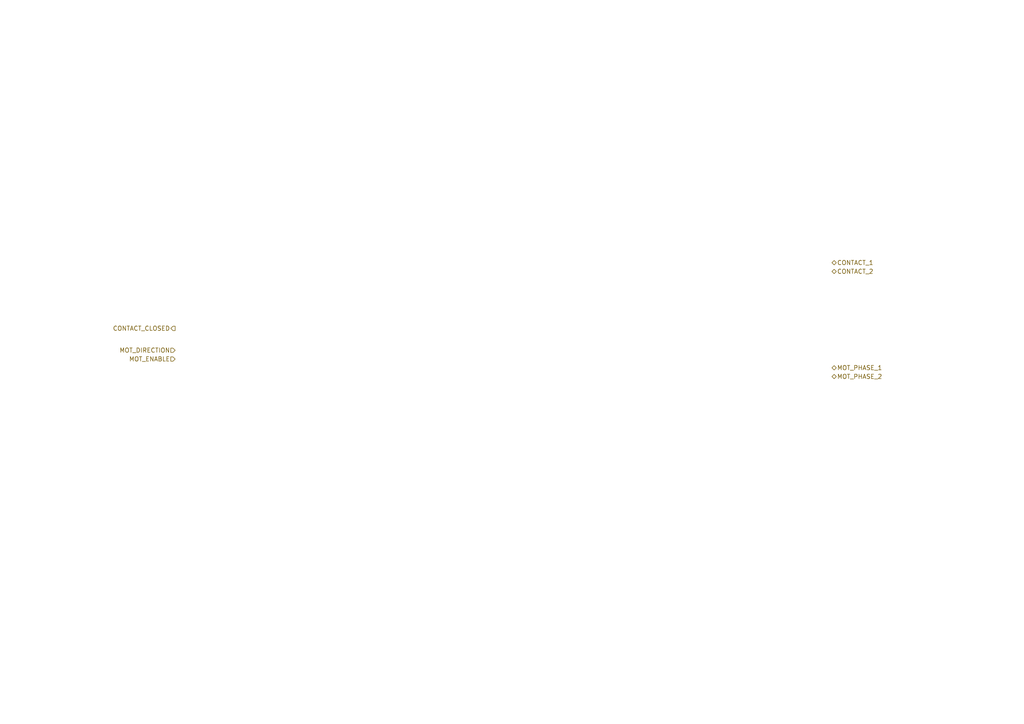
<source format=kicad_sch>
(kicad_sch
	(version 20250114)
	(generator "eeschema")
	(generator_version "9.0")
	(uuid "74bcab07-0059-4866-8d30-dd2933051a6c")
	(paper "A4")
	(title_block
		(title "iot-contact")
	)
	(lib_symbols)
	(hierarchical_label "CONTACT_1"
		(shape bidirectional)
		(at 241.3 76.2 0)
		(effects
			(font
				(size 1.27 1.27)
			)
			(justify left)
		)
		(uuid "262e7d67-0b61-409e-bbac-b201ca6a9b9b")
	)
	(hierarchical_label "CONTACT_2"
		(shape bidirectional)
		(at 241.3 78.74 0)
		(effects
			(font
				(size 1.27 1.27)
			)
			(justify left)
		)
		(uuid "4491b6a4-bad7-47b4-8c43-5e1193f409b5")
	)
	(hierarchical_label "MOT_ENABLE"
		(shape input)
		(at 50.8 104.14 180)
		(effects
			(font
				(size 1.27 1.27)
			)
			(justify right)
		)
		(uuid "5e7574e1-db5c-4b98-bddb-f4a2442010d7")
	)
	(hierarchical_label "MOT_PHASE_2"
		(shape bidirectional)
		(at 241.3 109.22 0)
		(effects
			(font
				(size 1.27 1.27)
			)
			(justify left)
		)
		(uuid "609b513c-43ad-46c7-a3f3-b29d4b88dce1")
	)
	(hierarchical_label "MOT_PHASE_1"
		(shape bidirectional)
		(at 241.3 106.68 0)
		(effects
			(font
				(size 1.27 1.27)
			)
			(justify left)
		)
		(uuid "92dd3e5a-6f8d-4829-b526-63b0dfa6092a")
	)
	(hierarchical_label "CONTACT_CLOSED"
		(shape output)
		(at 50.8 95.25 180)
		(effects
			(font
				(size 1.27 1.27)
			)
			(justify right)
		)
		(uuid "e4fcb223-d94c-4527-a90e-ba0a15ee16ae")
	)
	(hierarchical_label "MOT_DIRECTION"
		(shape input)
		(at 50.8 101.6 180)
		(effects
			(font
				(size 1.27 1.27)
			)
			(justify right)
		)
		(uuid "fbe5ce3b-c16c-4f97-8132-53378525fa11")
	)
)

</source>
